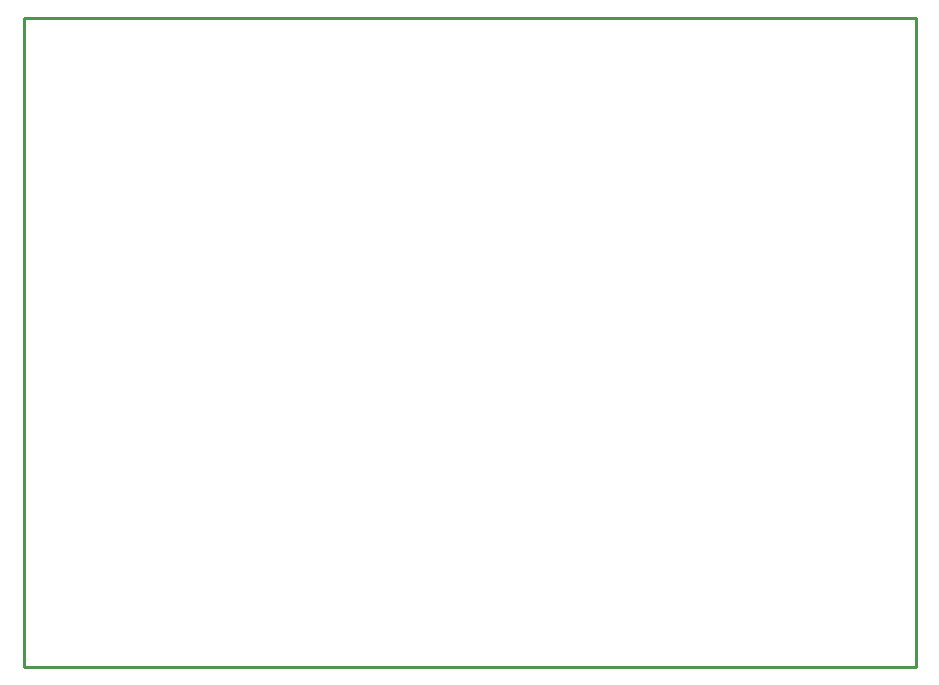
<source format=gko>
G04 Layer_Color=16711935*
%FSLAX44Y44*%
%MOMM*%
G71*
G01*
G75*
%ADD22C,0.2540*%
D22*
X260000Y260000D02*
X1015000D01*
Y810000D01*
X260000D02*
X1015000D01*
X260000Y260000D02*
Y810000D01*
M02*

</source>
